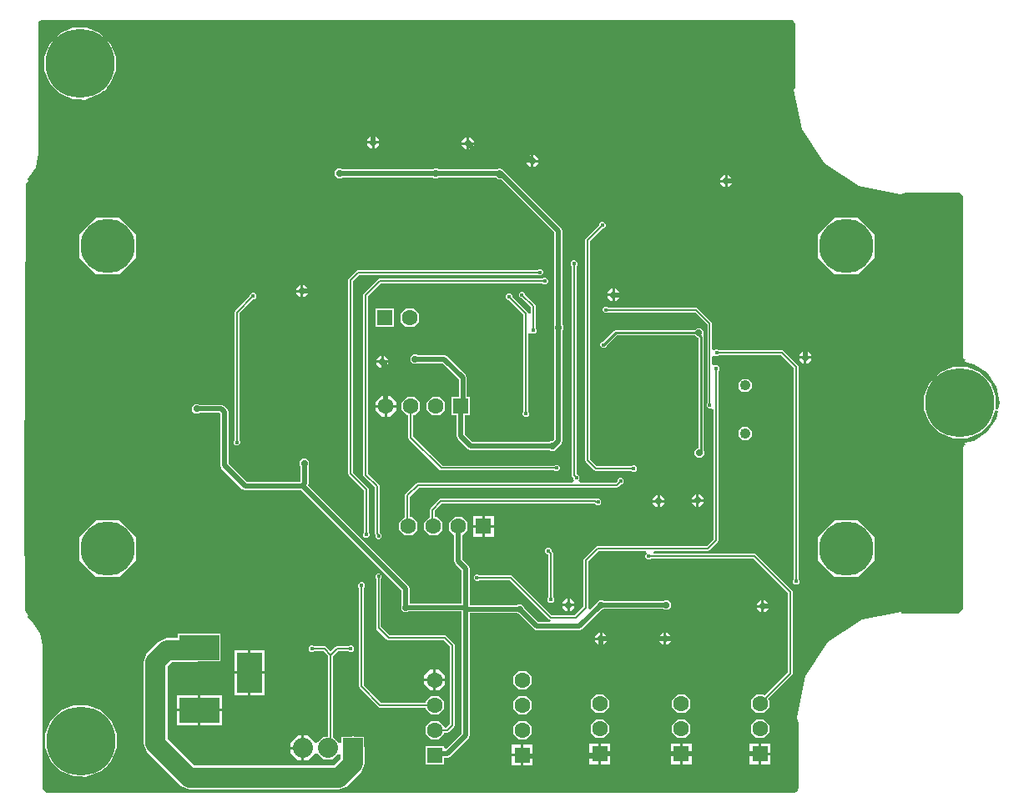
<source format=gbl>
G04*
G04 #@! TF.GenerationSoftware,Altium Limited,Altium Designer,21.3.2 (30)*
G04*
G04 Layer_Physical_Order=2*
G04 Layer_Color=16711680*
%FSTAX24Y24*%
%MOIN*%
G70*
G04*
G04 #@! TF.SameCoordinates,09EB0EA2-9561-46F4-B1F3-F0EC52C3B4A3*
G04*
G04*
G04 #@! TF.FilePolarity,Positive*
G04*
G01*
G75*
%ADD12C,0.0079*%
%ADD20C,0.0100*%
%ADD84C,0.0197*%
%ADD85C,0.0787*%
%ADD86C,0.2756*%
%ADD87C,0.0197*%
%ADD88C,0.0803*%
%ADD89R,0.0803X0.0803*%
%ADD90C,0.2165*%
%ADD91C,0.0630*%
%ADD92R,0.0630X0.0630*%
%ADD93R,0.0630X0.0630*%
%ADD94R,0.1000X0.1600*%
%ADD95R,0.1600X0.1000*%
%ADD96C,0.0425*%
%ADD97C,0.0157*%
%ADD98C,0.0276*%
G36*
X03345Y043003D02*
X04245Y043003D01*
X0483D01*
X048344Y04292D01*
X048346Y042916D01*
X048359Y042906D01*
X048422Y042852D01*
Y040271D01*
X048355Y040199D01*
X048355Y040199D01*
X048355Y040199D01*
X048667Y038628D01*
X049581Y037261D01*
X050948Y036347D01*
X05256Y036026D01*
X052745Y036063D01*
X052745Y036063D01*
Y036063D01*
X052783Y036102D01*
X054978D01*
X054986Y036099D01*
X055026Y03601D01*
X055027Y036007D01*
X055042Y035997D01*
X055103Y035944D01*
Y031943D01*
Y029507D01*
X055103Y029505D01*
X055103Y029504D01*
Y0295D01*
X055132Y029432D01*
X055132Y029432D01*
X055133Y029431D01*
X055134Y029429D01*
X05515Y029422D01*
X055194Y029404D01*
X055178Y029309D01*
X055546Y029236D01*
X056085Y028875D01*
X056446Y028336D01*
X056572Y0277D01*
X056513Y027405D01*
X056413Y027415D01*
X056413Y027482D01*
Y027969D01*
X056196Y028494D01*
X055794Y028896D01*
X055269Y029113D01*
X054701D01*
X054176Y028896D01*
X053775Y028494D01*
X053557Y027969D01*
Y027401D01*
X053775Y026876D01*
X054176Y026475D01*
X054701Y026257D01*
X055269D01*
X055794Y026475D01*
X056196Y026876D01*
X056382Y027326D01*
X056408Y027389D01*
X056504Y02736D01*
X056446Y027064D01*
X056085Y026525D01*
X055546Y026164D01*
X055178Y026091D01*
X055194Y025996D01*
X055134Y025971D01*
X055133Y025969D01*
X055132Y025968D01*
X055132Y025968D01*
X055103Y0259D01*
Y025896D01*
X055103Y025895D01*
X055103Y025893D01*
X055103Y023428D01*
Y019414D01*
X055025Y019352D01*
X055016Y019354D01*
X055006Y019343D01*
X054958Y019268D01*
X052655D01*
X05265Y01927D01*
X052649Y01927D01*
X052649Y019335D01*
X051078Y019023D01*
X049711Y018109D01*
X048797Y016742D01*
X048476Y01513D01*
X048513Y014945D01*
X048513Y014945D01*
X048513D01*
X048552Y014907D01*
Y01228D01*
X048525Y012191D01*
X04847Y012168D01*
X048447Y012112D01*
X048355Y012093D01*
X018512Y012093D01*
X018431Y012142D01*
X01842Y01217D01*
X018402Y012177D01*
X018336Y012243D01*
Y017799D01*
X018356Y01789D01*
X018357Y017898D01*
X01834Y017984D01*
X018245Y018463D01*
X017924Y018943D01*
X017762Y019051D01*
X01775Y01914D01*
X017751Y019146D01*
X017761Y01918D01*
X017746Y019216D01*
X017699Y019282D01*
X017686Y019308D01*
X017667Y019352D01*
X017643Y019362D01*
X017617Y0238D01*
X017676Y036466D01*
X01775Y036533D01*
X017767Y036532D01*
X017779Y03655D01*
X017779Y03655D01*
X017756Y036624D01*
X018073Y037099D01*
X018181Y037641D01*
X018165Y037641D01*
X018164Y037643D01*
Y042875D01*
X018217Y042951D01*
X018218Y042952D01*
X018219Y042953D01*
X018297Y043003D01*
X0334D01*
X033425Y043014D01*
X03345Y043003D01*
D02*
G37*
%LPC*%
G36*
X020124Y042678D02*
X019556D01*
X019031Y042461D01*
X018629Y042059D01*
X018412Y041534D01*
Y040966D01*
X018629Y040441D01*
X019031Y040039D01*
X019556Y039822D01*
X019908D01*
X019929Y039802D01*
X020051D01*
X020072Y039822D01*
X020124D01*
X020649Y040039D01*
X020769Y040159D01*
X020815D01*
X020902Y040246D01*
Y040292D01*
X021051Y040441D01*
X021268Y040966D01*
Y041534D01*
X021051Y042059D01*
X020649Y042461D01*
X020124Y042678D01*
D02*
G37*
G36*
X031648Y038338D02*
X0316D01*
Y03815D01*
X031788D01*
Y038198D01*
X031648Y038338D01*
D02*
G37*
G36*
X0315D02*
X031451D01*
X031312Y038198D01*
Y03815D01*
X0315D01*
Y038338D01*
D02*
G37*
G36*
X035428Y038287D02*
X03538D01*
Y0381D01*
X035568D01*
Y038148D01*
X035428Y038287D01*
D02*
G37*
G36*
X03528D02*
X035231D01*
X035092Y038148D01*
Y0381D01*
X03528D01*
Y038287D01*
D02*
G37*
G36*
X031788Y03805D02*
X0316D01*
Y037862D01*
X031648D01*
X031788Y038001D01*
Y03805D01*
D02*
G37*
G36*
X0315D02*
X031312D01*
Y038001D01*
X031451Y037862D01*
X0315D01*
Y03805D01*
D02*
G37*
G36*
X035568Y038D02*
X03538D01*
Y037812D01*
X035428D01*
X035568Y037951D01*
Y038D01*
D02*
G37*
G36*
X03528D02*
X035092D01*
Y037951D01*
X035231Y037812D01*
X03528D01*
Y038D01*
D02*
G37*
G36*
X037998Y037588D02*
X03795D01*
Y0374D01*
X038138D01*
Y037448D01*
X037998Y037588D01*
D02*
G37*
G36*
X03785D02*
X037801D01*
X037662Y037448D01*
Y0374D01*
X03785D01*
Y037588D01*
D02*
G37*
G36*
X038138Y0373D02*
X03795D01*
Y037112D01*
X037998D01*
X038138Y037252D01*
Y0373D01*
D02*
G37*
G36*
X03785D02*
X037662D01*
Y037252D01*
X037801Y037112D01*
X03785D01*
Y0373D01*
D02*
G37*
G36*
X0366Y037061D02*
X036486Y037014D01*
X036486Y037014D01*
X036483Y037011D01*
X034155D01*
X034128Y037038D01*
X033972D01*
X033945Y037011D01*
X030305D01*
X030278Y037038D01*
X030122D01*
X030012Y036928D01*
Y036772D01*
X030122Y036662D01*
X030278D01*
X030305Y036689D01*
X033945D01*
X033972Y036662D01*
X034128D01*
X034155Y036689D01*
X036455D01*
X036532Y036612D01*
X036661D01*
X038789Y034483D01*
Y030805D01*
X038762Y030778D01*
Y030622D01*
X038789Y030595D01*
Y026226D01*
X038701Y026138D01*
X038622D01*
X038595Y026111D01*
X035517D01*
X035211Y026417D01*
Y027185D01*
X035415D01*
Y027915D01*
X035291D01*
Y02868D01*
X035291Y02868D01*
X035244Y028794D01*
X035244Y028794D01*
X034494Y029544D01*
X03438Y029591D01*
X03438Y029591D01*
X033325D01*
X033298Y029618D01*
X033143D01*
X033033Y029508D01*
Y029352D01*
X033143Y029242D01*
X033298D01*
X033325Y029269D01*
X034313D01*
X034969Y028613D01*
Y027915D01*
X034685D01*
Y027185D01*
X034889D01*
Y02635D01*
X034889Y02635D01*
X034936Y026236D01*
X035336Y025836D01*
X035336Y025836D01*
X03545Y025789D01*
X038595D01*
X038622Y025762D01*
X038777D01*
X038848Y025832D01*
X038851Y025834D01*
X039064Y026046D01*
X039111Y02616D01*
X039111Y02616D01*
Y030595D01*
X039138Y030622D01*
Y030778D01*
X039111Y030805D01*
Y03455D01*
X039111Y03455D01*
X039064Y034664D01*
X039064Y034664D01*
X036714Y037014D01*
X0366Y037061D01*
D02*
G37*
G36*
X045749Y036788D02*
X0457D01*
Y0366D01*
X045888D01*
Y036648D01*
X045749Y036788D01*
D02*
G37*
G36*
X0456D02*
X045552D01*
X045412Y036648D01*
Y0366D01*
X0456D01*
Y036788D01*
D02*
G37*
G36*
X045888Y0365D02*
X0457D01*
Y036312D01*
X045749D01*
X045888Y036451D01*
Y0365D01*
D02*
G37*
G36*
X0456D02*
X045412D01*
Y036451D01*
X045552Y036312D01*
X0456D01*
Y0365D01*
D02*
G37*
G36*
X038253Y033029D02*
X038147D01*
X038115Y032997D01*
X03095D01*
X03095Y032997D01*
X030882Y032968D01*
X030582Y032668D01*
X030553Y0326D01*
X030553Y0326D01*
Y02485D01*
X030553Y02485D01*
X030582Y024782D01*
X031173Y02419D01*
Y022495D01*
X031141Y022463D01*
Y022357D01*
X031217Y022281D01*
X031323D01*
X031399Y022357D01*
Y022463D01*
X031367Y022495D01*
Y02423D01*
X031338Y024298D01*
X031338Y024298D01*
X030747Y02489D01*
Y03256D01*
X03099Y032803D01*
X038115D01*
X038147Y032771D01*
X038253D01*
X038329Y032847D01*
Y032953D01*
X038253Y033029D01*
D02*
G37*
G36*
X050919Y035083D02*
X049981D01*
X049317Y034419D01*
Y033481D01*
X049981Y032817D01*
X050919D01*
X051583Y033481D01*
Y034419D01*
X050919Y035083D01*
D02*
G37*
G36*
X021419D02*
X020481D01*
X019817Y034419D01*
Y033481D01*
X020481Y032817D01*
X021419D01*
X022083Y033481D01*
Y034419D01*
X021419Y035083D01*
D02*
G37*
G36*
X038453Y032679D02*
X038347D01*
X038315Y032647D01*
X0318D01*
X031732Y032618D01*
X031732Y032618D01*
X031182Y032068D01*
X031153Y032D01*
X031153Y032D01*
Y0248D01*
X031153Y0248D01*
X031182Y024732D01*
X031603Y02431D01*
Y022441D01*
X031603Y022441D01*
X031631Y022374D01*
Y022307D01*
X031707Y022231D01*
X031813D01*
X031889Y022307D01*
Y022413D01*
X031813Y022489D01*
X031797D01*
Y02435D01*
X031797Y02435D01*
X031768Y024418D01*
X031768Y024418D01*
X031347Y02484D01*
Y03196D01*
X03184Y032453D01*
X038315D01*
X038347Y032421D01*
X038453D01*
X038529Y032497D01*
Y032603D01*
X038453Y032679D01*
D02*
G37*
G36*
X028798Y032388D02*
X02875D01*
Y0322D01*
X028938D01*
Y032248D01*
X028798Y032388D01*
D02*
G37*
G36*
X02865D02*
X028602D01*
X028462Y032248D01*
Y0322D01*
X02865D01*
Y032388D01*
D02*
G37*
G36*
X041248Y032238D02*
X0412D01*
Y03205D01*
X041388D01*
Y032099D01*
X041248Y032238D01*
D02*
G37*
G36*
X0411D02*
X041052D01*
X040912Y032099D01*
Y03205D01*
X0411D01*
Y032238D01*
D02*
G37*
G36*
X028938Y0321D02*
X02875D01*
Y031912D01*
X028798D01*
X028938Y032051D01*
Y0321D01*
D02*
G37*
G36*
X02865D02*
X028462D01*
Y032051D01*
X028602Y031912D01*
X02865D01*
Y0321D01*
D02*
G37*
G36*
X041388Y03195D02*
X0412D01*
Y031762D01*
X041248D01*
X041388Y031902D01*
Y03195D01*
D02*
G37*
G36*
X0411D02*
X040912D01*
Y031902D01*
X041052Y031762D01*
X0411D01*
Y03195D01*
D02*
G37*
G36*
X037543Y032129D02*
X037437D01*
X037361Y032053D01*
Y031947D01*
X037437Y031871D01*
X037482D01*
X037845Y031509D01*
Y031255D01*
X037747Y03125D01*
X037718Y031318D01*
X037718Y031318D01*
X037109Y031928D01*
Y031973D01*
X037033Y032049D01*
X036927D01*
X036851Y031973D01*
Y031867D01*
X036927Y031791D01*
X036972D01*
X037553Y03121D01*
Y027335D01*
X037521Y027303D01*
Y027197D01*
X037597Y027121D01*
X037703D01*
X037779Y027197D01*
Y027303D01*
X037747Y027335D01*
Y030447D01*
X037847Y030488D01*
X037888Y030447D01*
X037995D01*
X03807Y030523D01*
Y030629D01*
X038038Y030661D01*
Y031549D01*
X038038Y031549D01*
X03801Y031617D01*
X037619Y032008D01*
Y032053D01*
X037543Y032129D01*
D02*
G37*
G36*
X033161Y031445D02*
X032859D01*
X032645Y031231D01*
Y030929D01*
X032859Y030715D01*
X033161D01*
X033375Y030929D01*
Y031231D01*
X033161Y031445D01*
D02*
G37*
G36*
X032375D02*
X031645D01*
Y030715D01*
X032375D01*
Y031445D01*
D02*
G37*
G36*
X044628Y030668D02*
X044472D01*
X044393Y030588D01*
X04123D01*
X04123Y030588D01*
X041153Y030557D01*
X041153Y030557D01*
X040726Y030129D01*
X040697D01*
X040621Y030053D01*
Y029947D01*
X040697Y029871D01*
X040803D01*
X040879Y029947D01*
Y029976D01*
X041275Y030372D01*
X044393D01*
X044472Y030292D01*
X044538D01*
X044542Y030289D01*
Y025858D01*
X044502D01*
X044392Y025748D01*
Y025592D01*
X044502Y025482D01*
X044658D01*
X044768Y025592D01*
Y025748D01*
X044749Y025766D01*
X044758Y025788D01*
X044758Y025788D01*
Y030334D01*
X044732Y030397D01*
X044738Y030402D01*
Y030558D01*
X044628Y030668D01*
D02*
G37*
G36*
X048899Y029738D02*
X04885D01*
Y02955D01*
X049038D01*
Y029599D01*
X048899Y029738D01*
D02*
G37*
G36*
X04875D02*
X048702D01*
X048562Y029599D01*
Y02955D01*
X04875D01*
Y029738D01*
D02*
G37*
G36*
X032019Y029568D02*
X031971D01*
Y02938D01*
X032159D01*
Y029429D01*
X032019Y029568D01*
D02*
G37*
G36*
X031871D02*
X031822D01*
X031683Y029429D01*
Y02938D01*
X031871D01*
Y029568D01*
D02*
G37*
G36*
X049038Y02945D02*
X04885D01*
Y029262D01*
X048899D01*
X049038Y029402D01*
Y02945D01*
D02*
G37*
G36*
X04875D02*
X048562D01*
Y029402D01*
X048702Y029262D01*
X04875D01*
Y02945D01*
D02*
G37*
G36*
X032159Y02928D02*
X031971D01*
Y029092D01*
X032019D01*
X032159Y029232D01*
Y02928D01*
D02*
G37*
G36*
X031871D02*
X031683D01*
Y029232D01*
X031822Y029092D01*
X031871D01*
Y02928D01*
D02*
G37*
G36*
X046509Y028634D02*
X046291D01*
X046137Y02848D01*
Y028262D01*
X046291Y028109D01*
X046509D01*
X046663Y028262D01*
Y02848D01*
X046509Y028634D01*
D02*
G37*
G36*
X032222Y027965D02*
X0321D01*
Y0276D01*
X032465D01*
Y027722D01*
X032222Y027965D01*
D02*
G37*
G36*
X032D02*
X031878D01*
X031635Y027722D01*
Y0276D01*
X032D01*
Y027965D01*
D02*
G37*
G36*
X034201Y027915D02*
X033899D01*
X033685Y027701D01*
Y027399D01*
X033899Y027185D01*
X034201D01*
X034415Y027399D01*
Y027701D01*
X034201Y027915D01*
D02*
G37*
G36*
X032465Y0275D02*
X0321D01*
Y027135D01*
X032222D01*
X032465Y027378D01*
Y0275D01*
D02*
G37*
G36*
X032D02*
X031635D01*
Y027378D01*
X031878Y027135D01*
X032D01*
Y0275D01*
D02*
G37*
G36*
X046509Y026713D02*
X046291D01*
X046137Y026559D01*
Y026341D01*
X046291Y026187D01*
X046509D01*
X046663Y026341D01*
Y026559D01*
X046509Y026713D01*
D02*
G37*
G36*
X026803Y032079D02*
X026697D01*
X026621Y032003D01*
Y031958D01*
X026032Y031368D01*
X026003Y0313D01*
X026003Y0313D01*
Y026185D01*
X025971Y026153D01*
Y026047D01*
X026047Y025971D01*
X026153D01*
X026229Y026047D01*
Y026153D01*
X026197Y026185D01*
Y03126D01*
X026758Y031821D01*
X026803D01*
X026879Y031897D01*
Y032003D01*
X026803Y032079D01*
D02*
G37*
G36*
X033201Y027915D02*
X032899D01*
X032685Y027701D01*
Y027399D01*
X032899Y027185D01*
X032953D01*
Y0263D01*
X032953Y0263D01*
X032982Y026232D01*
X034212Y025002D01*
X034212Y025002D01*
X03428Y024973D01*
X03428Y024973D01*
X038785D01*
X038817Y024941D01*
X038923D01*
X038999Y025017D01*
Y025123D01*
X038923Y025199D01*
X038817D01*
X038785Y025167D01*
X03432D01*
X033147Y02634D01*
Y027185D01*
X033201D01*
X033415Y027399D01*
Y027701D01*
X033201Y027915D01*
D02*
G37*
G36*
X040753Y034909D02*
X040647D01*
X040571Y034833D01*
Y034788D01*
X040042Y034258D01*
X040013Y03419D01*
X040013Y03419D01*
Y02538D01*
X040013Y02538D01*
X040042Y025312D01*
X040372Y024982D01*
X040372Y024982D01*
X04044Y024953D01*
X041865D01*
X041897Y024921D01*
X042003D01*
X042079Y024997D01*
Y025103D01*
X042003Y025179D01*
X041897D01*
X041865Y025147D01*
X04048D01*
X040207Y02542D01*
Y03415D01*
X040708Y034651D01*
X040753D01*
X040829Y034727D01*
Y034833D01*
X040753Y034909D01*
D02*
G37*
G36*
X039623Y033379D02*
X039517D01*
X039441Y033303D01*
Y033197D01*
X039473Y033165D01*
Y02477D01*
X039473Y02477D01*
X039502Y024702D01*
X039531Y024672D01*
Y024627D01*
X039561Y024597D01*
X03952Y024497D01*
X03333D01*
X03333Y024497D01*
X033262Y024468D01*
X033262Y024468D01*
X032832Y024038D01*
X032803Y02397D01*
X032803Y02397D01*
Y023115D01*
X032799D01*
X032585Y022901D01*
Y022599D01*
X032799Y022385D01*
X033101D01*
X033315Y022599D01*
Y022901D01*
X033101Y023115D01*
X032997D01*
Y02393D01*
X03337Y024303D01*
X04128D01*
X04128Y024303D01*
X041348Y024332D01*
X041438Y024421D01*
X041483D01*
X041559Y024497D01*
Y024603D01*
X041483Y024679D01*
X041377D01*
X041301Y024603D01*
Y024558D01*
X04124Y024497D01*
X0398D01*
X039759Y024597D01*
X039789Y024627D01*
Y024733D01*
X039713Y024809D01*
X039668D01*
X039667Y02481D01*
Y033165D01*
X039699Y033197D01*
Y033303D01*
X039623Y033379D01*
D02*
G37*
G36*
X040583Y023849D02*
X040477D01*
X040462Y023834D01*
X040454Y023837D01*
X040454Y023837D01*
X03424D01*
X03424Y023837D01*
X034172Y023808D01*
X034172Y023808D01*
X033832Y023468D01*
X033803Y0234D01*
X033803Y0234D01*
Y023115D01*
X033799D01*
X033585Y022901D01*
Y022599D01*
X033799Y022385D01*
X034101D01*
X034315Y022599D01*
Y022901D01*
X034101Y023115D01*
X033997D01*
Y02336D01*
X03428Y023643D01*
X040425D01*
X040477Y023591D01*
X040583D01*
X040659Y023667D01*
Y023773D01*
X040583Y023849D01*
D02*
G37*
G36*
X044598Y024008D02*
X04455D01*
Y02382D01*
X044738D01*
Y023869D01*
X044598Y024008D01*
D02*
G37*
G36*
X04445D02*
X044401D01*
X044262Y023869D01*
Y02382D01*
X04445D01*
Y024008D01*
D02*
G37*
G36*
X043049Y023987D02*
X043D01*
Y0238D01*
X043188D01*
Y023848D01*
X043049Y023987D01*
D02*
G37*
G36*
X0429D02*
X042852D01*
X042712Y023848D01*
Y0238D01*
X0429D01*
Y023987D01*
D02*
G37*
G36*
X044738Y02372D02*
X04455D01*
Y023532D01*
X044598D01*
X044738Y023672D01*
Y02372D01*
D02*
G37*
G36*
X04445D02*
X044262D01*
Y023672D01*
X044401Y023532D01*
X04445D01*
Y02372D01*
D02*
G37*
G36*
X043188Y0237D02*
X043D01*
Y023512D01*
X043049D01*
X043188Y023651D01*
Y0237D01*
D02*
G37*
G36*
X0429D02*
X042712D01*
Y023651D01*
X042852Y023512D01*
X0429D01*
Y0237D01*
D02*
G37*
G36*
X036365Y023165D02*
X036D01*
Y0228D01*
X036365D01*
Y023165D01*
D02*
G37*
G36*
X0359D02*
X035535D01*
Y0228D01*
X0359D01*
Y023165D01*
D02*
G37*
G36*
X036365Y0227D02*
X036D01*
Y022335D01*
X036365D01*
Y0227D01*
D02*
G37*
G36*
X0359D02*
X035535D01*
Y022335D01*
X0359D01*
Y0227D01*
D02*
G37*
G36*
X050919Y022983D02*
X049981D01*
X049317Y022319D01*
Y021381D01*
X049981Y020717D01*
X050919D01*
X051583Y021381D01*
Y022319D01*
X050919Y022983D01*
D02*
G37*
G36*
X021419D02*
X020481D01*
X019817Y022319D01*
Y021381D01*
X020481Y020717D01*
X021419D01*
X022083Y021381D01*
Y022319D01*
X021419Y022983D01*
D02*
G37*
G36*
X040903Y031529D02*
X040797D01*
X040721Y031453D01*
Y031347D01*
X040797Y031271D01*
X040903D01*
X040935Y031303D01*
X04441D01*
X044893Y03082D01*
Y027675D01*
X044861Y027643D01*
Y027537D01*
X044937Y027461D01*
X045043D01*
X045046Y027463D01*
X045146Y027422D01*
Y022232D01*
X04486Y021947D01*
X0405D01*
X0405Y021947D01*
X040432Y021918D01*
X040432Y021918D01*
X039982Y021468D01*
X039953Y0214D01*
X039953Y0214D01*
Y01954D01*
X03961Y019197D01*
X03869D01*
X037118Y020768D01*
X03705Y020797D01*
X03705Y020797D01*
X035765D01*
X035743Y020819D01*
X035637D01*
X035561Y020743D01*
Y020637D01*
X035637Y020561D01*
X035743D01*
X035785Y020603D01*
X03701D01*
X038582Y019032D01*
X038582Y019032D01*
X03865Y019003D01*
X038619Y018911D01*
X03815D01*
X037588Y019473D01*
Y019512D01*
X037478Y019622D01*
X037322D01*
X037295Y019595D01*
X035411D01*
Y02105D01*
X035411Y02105D01*
X035364Y021164D01*
X035364Y021164D01*
X035111Y021417D01*
Y022395D01*
X035315Y022599D01*
Y022901D01*
X035101Y023115D01*
X034799D01*
X034585Y022901D01*
Y022599D01*
X034789Y022395D01*
Y02135D01*
X034789Y02135D01*
X034836Y021236D01*
X035089Y020983D01*
Y019661D01*
X033011D01*
Y02025D01*
X033011Y02025D01*
X032964Y020364D01*
X032964Y020364D01*
X028932Y024395D01*
X028961Y024465D01*
X028961Y024465D01*
Y025145D01*
X028988Y025172D01*
Y025328D01*
X028878Y025438D01*
X028722D01*
X028612Y025328D01*
Y025172D01*
X028639Y025145D01*
Y024532D01*
X028618Y024511D01*
X026497D01*
X025761Y025247D01*
Y027323D01*
X025761Y027323D01*
X025714Y027437D01*
X025714Y027437D01*
X025598Y027552D01*
X025485Y027599D01*
X025485Y027599D01*
X024605D01*
X024578Y027626D01*
X024422D01*
X024312Y027516D01*
Y027361D01*
X024422Y027251D01*
X024578D01*
X024605Y027278D01*
X025418D01*
X025439Y027257D01*
Y02518D01*
X025439Y02518D01*
X025486Y025066D01*
X026316Y024236D01*
X026316Y024236D01*
X02643Y024189D01*
X028683D01*
X032689Y020183D01*
Y019605D01*
X032662Y019578D01*
Y019422D01*
X032772Y019312D01*
X032928D01*
X032955Y019339D01*
X035089D01*
Y014467D01*
X034465Y013842D01*
X034365Y013884D01*
Y013965D01*
X033635D01*
Y013235D01*
X034365D01*
Y013489D01*
X0345D01*
X0345Y013489D01*
X034614Y013536D01*
X035364Y014286D01*
X035364Y014286D01*
X035411Y0144D01*
X035411Y0144D01*
Y019273D01*
X037295D01*
X037322Y019246D01*
X037361D01*
X03797Y018636D01*
X03797Y018636D01*
X038084Y018589D01*
X038084Y018589D01*
X039779D01*
X039779Y018589D01*
X039892Y018636D01*
X040668Y019412D01*
X040728D01*
X040755Y019439D01*
X043145D01*
X043172Y019412D01*
X043328D01*
X043438Y019522D01*
Y019678D01*
X043328Y019788D01*
X043172D01*
X043145Y019761D01*
X040755D01*
X040728Y019788D01*
X040572D01*
X040462Y019678D01*
Y019661D01*
X040222Y019421D01*
X040137Y019477D01*
X040147Y0195D01*
Y02136D01*
X04054Y021753D01*
X042435D01*
X042471Y021653D01*
X042421Y021603D01*
Y021497D01*
X042497Y021421D01*
X042603D01*
X042635Y021453D01*
X04674D01*
X048103Y02009D01*
Y01689D01*
X04719Y015976D01*
X047151Y016015D01*
X046849D01*
X046635Y015801D01*
Y015499D01*
X046849Y015285D01*
X047151D01*
X047365Y015499D01*
Y015801D01*
X047326Y01584D01*
X048268Y016782D01*
X048268Y016782D01*
X048297Y01685D01*
X048297Y01685D01*
Y02013D01*
X048268Y020198D01*
X048268Y020198D01*
X046848Y021618D01*
X04678Y021647D01*
X04678Y021647D01*
X042733D01*
X042728Y021653D01*
X04278Y021753D01*
X0449D01*
X0449Y021753D01*
X044968Y021782D01*
X045311Y022124D01*
X045311Y022124D01*
X045339Y022192D01*
X045339Y022192D01*
Y028965D01*
X045371Y028997D01*
Y029104D01*
X045296Y029179D01*
X045189D01*
X045187Y029177D01*
X045087Y029219D01*
Y029535D01*
X045187Y029576D01*
X045212Y029551D01*
X045319D01*
X045351Y029583D01*
X04785D01*
X048353Y02908D01*
Y020635D01*
X048311Y020593D01*
Y020487D01*
X048387Y020411D01*
X048493D01*
X048569Y020487D01*
Y020593D01*
X048547Y020615D01*
Y02912D01*
X048518Y029188D01*
X048518Y029188D01*
X047959Y029748D01*
X04789Y029776D01*
X04789Y029776D01*
X045351D01*
X045319Y029808D01*
X045212D01*
X045187Y029783D01*
X045087Y029824D01*
Y03086D01*
X045058Y030928D01*
X045058Y030928D01*
X044518Y031468D01*
X04445Y031497D01*
X04445Y031497D01*
X040935D01*
X040903Y031529D01*
D02*
G37*
G36*
X038593Y021889D02*
X038487D01*
X038411Y021813D01*
Y021707D01*
X038487Y021631D01*
X038532D01*
X038543Y02162D01*
Y019905D01*
X038511Y019873D01*
Y019767D01*
X038587Y019691D01*
X038693D01*
X038769Y019767D01*
Y019873D01*
X038737Y019905D01*
Y02166D01*
X038708Y021728D01*
X038708Y021728D01*
X038669Y021768D01*
Y021813D01*
X038593Y021889D01*
D02*
G37*
G36*
X039448Y019837D02*
X0394D01*
Y01965D01*
X039588D01*
Y019698D01*
X039448Y019837D01*
D02*
G37*
G36*
X0393D02*
X039251D01*
X039112Y019698D01*
Y01965D01*
X0393D01*
Y019837D01*
D02*
G37*
G36*
X047199Y019788D02*
X04715D01*
Y0196D01*
X047338D01*
Y019648D01*
X047199Y019788D01*
D02*
G37*
G36*
X04705D02*
X047002D01*
X046862Y019648D01*
Y0196D01*
X04705D01*
Y019788D01*
D02*
G37*
G36*
X039588Y01955D02*
X0394D01*
Y019362D01*
X039448D01*
X039588Y019501D01*
Y01955D01*
D02*
G37*
G36*
X0393D02*
X039112D01*
Y019501D01*
X039251Y019362D01*
X0393D01*
Y01955D01*
D02*
G37*
G36*
X047338Y0195D02*
X04715D01*
Y019312D01*
X047199D01*
X047338Y019452D01*
Y0195D01*
D02*
G37*
G36*
X04705D02*
X046862D01*
Y019452D01*
X047002Y019312D01*
X04705D01*
Y0195D01*
D02*
G37*
G36*
X043299Y018488D02*
X04325D01*
Y0183D01*
X043438D01*
Y018348D01*
X043299Y018488D01*
D02*
G37*
G36*
X04315D02*
X043102D01*
X042962Y018348D01*
Y0183D01*
X04315D01*
Y018488D01*
D02*
G37*
G36*
X040749D02*
X0407D01*
Y0183D01*
X040888D01*
Y018348D01*
X040749Y018488D01*
D02*
G37*
G36*
X0406D02*
X040552D01*
X040412Y018348D01*
Y0183D01*
X0406D01*
Y018488D01*
D02*
G37*
G36*
X043438Y0182D02*
X04325D01*
Y018012D01*
X043299D01*
X043438Y018152D01*
Y0182D01*
D02*
G37*
G36*
X04315D02*
X042962D01*
Y018152D01*
X043102Y018012D01*
X04315D01*
Y0182D01*
D02*
G37*
G36*
X040888D02*
X0407D01*
Y018012D01*
X040749D01*
X040888Y018152D01*
Y0182D01*
D02*
G37*
G36*
X0406D02*
X040412D01*
Y018152D01*
X040552Y018012D01*
X0406D01*
Y0182D01*
D02*
G37*
G36*
X02545Y01845D02*
X02375D01*
Y018274D01*
X023311D01*
X022972Y018133D01*
X02251Y017672D01*
X02237Y017332D01*
Y01405D01*
X02251Y01371D01*
X02386Y01236D01*
X0242Y01222D01*
X030189D01*
X030528Y01236D01*
X031072Y012904D01*
X031212Y013243D01*
Y013861D01*
X03122Y01388D01*
X031192Y013949D01*
Y014332D01*
X030809D01*
X03074Y01436D01*
X030671Y014332D01*
X030288D01*
Y014075D01*
X030188Y01407D01*
X029947Y014312D01*
Y01756D01*
X03014Y017753D01*
X030565D01*
X030597Y017721D01*
X030703D01*
X030779Y017797D01*
Y017903D01*
X030703Y017979D01*
X030597D01*
X030565Y017947D01*
X0301D01*
X030032Y017918D01*
X030032Y017918D01*
X02985Y017737D01*
X029668Y017918D01*
X0296Y017947D01*
X0296Y017947D01*
X029185D01*
X029153Y017979D01*
X029047D01*
X028971Y017903D01*
Y017797D01*
X029047Y017721D01*
X029153D01*
X029185Y017753D01*
X02956D01*
X029753Y01756D01*
Y014332D01*
X029553D01*
X029332Y014111D01*
X029253Y014091D01*
X02921Y014119D01*
X028948Y014382D01*
X02879D01*
Y01388D01*
Y013378D01*
X028948D01*
X02921Y013641D01*
X029253Y013669D01*
X029332Y013649D01*
X029553Y013428D01*
X029927D01*
X030152Y013653D01*
X030252Y013612D01*
Y013442D01*
X02999Y01318D01*
X024399D01*
X02333Y014249D01*
Y017134D01*
X02351Y017313D01*
X024494D01*
X024582Y01735D01*
X02545D01*
Y01845D01*
D02*
G37*
G36*
X0272Y0178D02*
X02665D01*
Y01695D01*
X0272D01*
Y0178D01*
D02*
G37*
G36*
X02655D02*
X026D01*
Y01695D01*
X02655D01*
Y0178D01*
D02*
G37*
G36*
X034172Y017015D02*
X03405D01*
Y01665D01*
X034415D01*
Y016772D01*
X034172Y017015D01*
D02*
G37*
G36*
X03395D02*
X033828D01*
X033585Y016772D01*
Y01665D01*
X03395D01*
Y017015D01*
D02*
G37*
G36*
X037651Y016965D02*
X037349D01*
X037135Y016751D01*
Y016449D01*
X037349Y016235D01*
X037651D01*
X037865Y016449D01*
Y016751D01*
X037651Y016965D01*
D02*
G37*
G36*
X034415Y01655D02*
X03405D01*
Y016185D01*
X034172D01*
X034415Y016428D01*
Y01655D01*
D02*
G37*
G36*
X03395D02*
X033585D01*
Y016428D01*
X033828Y016185D01*
X03395D01*
Y01655D01*
D02*
G37*
G36*
X0272Y01685D02*
X02665D01*
Y016D01*
X0272D01*
Y01685D01*
D02*
G37*
G36*
X02655D02*
X026D01*
Y016D01*
X02655D01*
Y01685D01*
D02*
G37*
G36*
X0255Y016D02*
X02465D01*
Y01545D01*
X0255D01*
Y016D01*
D02*
G37*
G36*
X02455D02*
X0237D01*
Y01545D01*
X02455D01*
Y016D01*
D02*
G37*
G36*
X044001Y016015D02*
X043699D01*
X043485Y015801D01*
Y015499D01*
X043699Y015285D01*
X044001D01*
X044215Y015499D01*
Y015801D01*
X044001Y016015D01*
D02*
G37*
G36*
X040751D02*
X040449D01*
X040235Y015801D01*
Y015499D01*
X040449Y015285D01*
X040751D01*
X040965Y015499D01*
Y015801D01*
X040751Y016015D01*
D02*
G37*
G36*
X037651Y015965D02*
X037349D01*
X037135Y015751D01*
Y015449D01*
X037349Y015235D01*
X037651D01*
X037865Y015449D01*
Y015751D01*
X037651Y015965D01*
D02*
G37*
G36*
X031133Y020509D02*
X031027D01*
X030951Y020433D01*
Y020327D01*
X030983Y020295D01*
Y01634D01*
X030983Y01634D01*
X031012Y016272D01*
X031752Y015532D01*
X031752Y015532D01*
X03182Y015503D01*
X033635D01*
Y015449D01*
X033849Y015235D01*
X034151D01*
X034365Y015449D01*
Y015751D01*
X034151Y015965D01*
X033849D01*
X033635Y015751D01*
Y015697D01*
X03186D01*
X031177Y01638D01*
Y020295D01*
X031209Y020327D01*
Y020433D01*
X031133Y020509D01*
D02*
G37*
G36*
X0255Y01535D02*
X02465D01*
Y0148D01*
X0255D01*
Y01535D01*
D02*
G37*
G36*
X02455D02*
X0237D01*
Y0148D01*
X02455D01*
Y01535D01*
D02*
G37*
G36*
X031813Y020869D02*
X031707D01*
X031631Y020793D01*
Y020687D01*
X031663Y020655D01*
Y0187D01*
X031663Y0187D01*
X031692Y018632D01*
X032092Y018232D01*
X032092Y018232D01*
X03216Y018203D01*
X03436D01*
X034603Y01796D01*
Y01484D01*
X034465Y014702D01*
X034365Y014709D01*
Y014751D01*
X034151Y014965D01*
X033849D01*
X033635Y014751D01*
Y014449D01*
X033849Y014235D01*
X034151D01*
X034365Y014449D01*
Y014503D01*
X0345D01*
X0345Y014503D01*
X034568Y014532D01*
X034768Y014732D01*
X034768Y014732D01*
X034797Y0148D01*
X034797Y0148D01*
Y018D01*
X034797Y018D01*
X034768Y018068D01*
X034468Y018368D01*
X0344Y018397D01*
X0344Y018397D01*
X0322D01*
X031857Y01874D01*
Y020655D01*
X031889Y020687D01*
Y020793D01*
X031813Y020869D01*
D02*
G37*
G36*
X047151Y015015D02*
X046849D01*
X046635Y014801D01*
Y014499D01*
X046849Y014285D01*
X047151D01*
X047365Y014499D01*
Y014801D01*
X047151Y015015D01*
D02*
G37*
G36*
X044001D02*
X043699D01*
X043485Y014801D01*
Y014499D01*
X043699Y014285D01*
X044001D01*
X044215Y014499D01*
Y014801D01*
X044001Y015015D01*
D02*
G37*
G36*
X040751D02*
X040449D01*
X040235Y014801D01*
Y014499D01*
X040449Y014285D01*
X040751D01*
X040965Y014499D01*
Y014801D01*
X040751Y015015D01*
D02*
G37*
G36*
X037651Y014965D02*
X037349D01*
X037135Y014751D01*
Y014449D01*
X037349Y014235D01*
X037651D01*
X037865Y014449D01*
Y014751D01*
X037651Y014965D01*
D02*
G37*
G36*
X02869Y014382D02*
X028532D01*
X028238Y014088D01*
Y01393D01*
X02869D01*
Y014382D01*
D02*
G37*
G36*
X047415Y014065D02*
X04705D01*
Y0137D01*
X047415D01*
Y014065D01*
D02*
G37*
G36*
X04695D02*
X046585D01*
Y0137D01*
X04695D01*
Y014065D01*
D02*
G37*
G36*
X044265D02*
X0439D01*
Y0137D01*
X044265D01*
Y014065D01*
D02*
G37*
G36*
X041015D02*
X04065D01*
Y0137D01*
X041015D01*
Y014065D01*
D02*
G37*
G36*
X0438D02*
X043435D01*
Y0137D01*
X0438D01*
Y014065D01*
D02*
G37*
G36*
X04055D02*
X040185D01*
Y0137D01*
X04055D01*
Y014065D01*
D02*
G37*
G36*
X037915Y014015D02*
X03755D01*
Y01365D01*
X037915D01*
Y014015D01*
D02*
G37*
G36*
X03745D02*
X037085D01*
Y01365D01*
X03745D01*
Y014015D01*
D02*
G37*
G36*
X02869Y01383D02*
X028238D01*
Y013672D01*
X028532Y013378D01*
X02869D01*
Y01383D01*
D02*
G37*
G36*
X047415Y0136D02*
X04705D01*
Y013235D01*
X047415D01*
Y0136D01*
D02*
G37*
G36*
X04695D02*
X046585D01*
Y013235D01*
X04695D01*
Y0136D01*
D02*
G37*
G36*
X044265Y0136D02*
X0439D01*
Y013235D01*
X044265D01*
Y0136D01*
D02*
G37*
G36*
X0438D02*
X043435D01*
Y013235D01*
X0438D01*
Y0136D01*
D02*
G37*
G36*
X041015D02*
X04065D01*
Y013235D01*
X041015D01*
Y0136D01*
D02*
G37*
G36*
X04055D02*
X040185D01*
Y013235D01*
X04055D01*
Y0136D01*
D02*
G37*
G36*
X037915Y01355D02*
X03755D01*
Y013185D01*
X037915D01*
Y01355D01*
D02*
G37*
G36*
X03745D02*
X037085D01*
Y013185D01*
X03745D01*
Y01355D01*
D02*
G37*
G36*
X020159Y015593D02*
X019591D01*
X019066Y015376D01*
X018665Y014974D01*
X018447Y014449D01*
Y013881D01*
X018665Y013356D01*
X019066Y012955D01*
X019591Y012737D01*
X019943D01*
X019964Y012717D01*
X020087D01*
X020107Y012737D01*
X020159D01*
X020684Y012955D01*
X020804Y013074D01*
X02085D01*
X020937Y013161D01*
Y013208D01*
X021086Y013356D01*
X021303Y013881D01*
Y014449D01*
X021086Y014974D01*
X020684Y015376D01*
X020159Y015593D01*
D02*
G37*
%LPD*%
D12*
X0317Y022441D02*
X03176Y022381D01*
X03125Y0248D02*
X0317Y02435D01*
Y022441D02*
Y02435D01*
X03176Y02236D02*
Y022381D01*
X037941Y030576D02*
Y031549D01*
X03749Y032D02*
X037941Y031549D01*
X03854Y02176D02*
X03864Y02166D01*
Y01982D02*
Y02166D01*
X04499Y02759D02*
Y03086D01*
X04445Y0314D02*
X04499Y03086D01*
X0329Y02397D02*
X03333Y0244D01*
X04128D02*
X04143Y02455D01*
X03333Y0244D02*
X04128D01*
X03065Y02485D02*
X03127Y02423D01*
Y02241D02*
Y02423D01*
X03108Y01634D02*
X03182Y0156D01*
X03108Y01634D02*
Y02038D01*
X02974Y01388D02*
X02985Y01399D01*
Y0176D01*
X04255Y02155D02*
X04678D01*
X0482Y01685D02*
Y02013D01*
X04678Y02155D02*
X0482Y02013D01*
X03428Y02507D02*
X03887D01*
X03305Y0263D02*
X03428Y02507D01*
X03957Y02477D02*
X03966Y02468D01*
X03957Y02477D02*
Y03325D01*
X03569Y02069D02*
X0357Y0207D01*
X03705D01*
X04844Y02054D02*
X04845Y02055D01*
Y02912D01*
X04789Y02968D02*
X04845Y02912D01*
X045266Y02968D02*
X04789D01*
X040515Y023735D02*
X04053Y02372D01*
X040454Y02374D02*
X040459Y023735D01*
X040515D01*
X03424Y02374D02*
X040454D01*
X0329Y0225D02*
Y02397D01*
X03182Y0156D02*
X034D01*
X03176Y0187D02*
Y02074D01*
X03216Y0183D02*
X0344D01*
X03176Y0187D02*
X03216Y0183D01*
X0344D02*
X0347Y018D01*
Y0148D02*
Y018D01*
X0345Y0146D02*
X0347Y0148D01*
X0405Y02185D02*
X0449D01*
X045242Y022192D02*
Y029051D01*
X0449Y02185D02*
X045242Y022192D01*
X0339Y0225D02*
Y0234D01*
X04011Y02538D02*
Y03419D01*
X04044Y02505D02*
X04195D01*
X04011Y02538D02*
X04044Y02505D01*
X0339Y0234D02*
X03424Y02374D01*
X04085Y0314D02*
X04445D01*
X04011Y03419D02*
X0407Y03478D01*
X03698Y03192D02*
X03765Y03125D01*
Y02725D02*
Y03125D01*
X03125Y0248D02*
Y032D01*
X03065Y02485D02*
Y0326D01*
X0296Y01785D02*
X02985Y0176D01*
X0291Y01785D02*
X0296D01*
X02985Y0176D02*
X0301Y01785D01*
X03065D01*
X03125Y032D02*
X0318Y03255D01*
X034Y0146D02*
X0345D01*
X03065Y0326D02*
X03095Y0329D01*
X0318Y03255D02*
X0384D01*
X03095Y0329D02*
X0382D01*
X03305Y0263D02*
Y02755D01*
X03965Y0191D02*
X04005Y0195D01*
X03865Y0191D02*
X03965D01*
X04005Y0195D02*
Y0214D01*
X0405Y02185D01*
X03705Y0207D02*
X03865Y0191D01*
X047Y01565D02*
X0482Y01685D01*
X0261Y0313D02*
X02675Y03195D01*
X0261Y0261D02*
Y0313D01*
D20*
X04455Y030434D02*
Y03048D01*
X04458Y025718D02*
X04465Y025788D01*
X04458Y02567D02*
Y025718D01*
X04465Y025788D02*
Y030334D01*
X04455Y030434D02*
X04465Y030334D01*
X04075Y03D02*
X04123Y03048D01*
X04455D01*
X04296Y02376D02*
X04449D01*
X04295Y02375D02*
X04296Y02376D01*
X04449D02*
X0445Y02377D01*
X04125Y02375D02*
X04295D01*
X03935Y02185D02*
X04125Y02375D01*
X03935Y0196D02*
Y02185D01*
D84*
X04065Y01825D02*
X0473D01*
X04065Y0176D02*
Y01825D01*
X0488Y0295D02*
Y03015D01*
X04695Y032D02*
X0488Y03015D01*
X04695Y032D02*
Y03605D01*
X04115Y032D02*
X04695D01*
X0373Y01355D02*
X03945D01*
X03505Y02755D02*
X03513Y02763D01*
Y02868D01*
X03438Y02943D02*
X03513Y02868D01*
X03322Y02943D02*
X03438D01*
X031921Y029309D02*
X03205Y029179D01*
Y02755D02*
Y029179D01*
X031921Y029309D02*
Y02933D01*
X040629Y0196D02*
X04325D01*
X02643Y02435D02*
X028685D01*
X0256Y02518D02*
X02643Y02435D01*
X0256Y02518D02*
Y027323D01*
X0288Y024465D02*
Y02525D01*
X03285Y0195D02*
Y02025D01*
X028717Y024383D02*
X03285Y02025D01*
X0366Y0369D02*
X03895Y03455D01*
Y0307D02*
Y03455D01*
X03285Y0195D02*
X03525D01*
Y02105D01*
Y0144D02*
Y0195D01*
X035316Y019434D01*
X0374D01*
X03495Y02135D02*
Y02275D01*
Y02135D02*
X03525Y02105D01*
X0345Y01365D02*
X03525Y0144D01*
X03505Y02635D02*
Y02755D01*
X03895Y02616D02*
Y0307D01*
X039779Y01875D02*
X040629Y0196D01*
X038084Y01875D02*
X039779D01*
X0374Y019434D02*
X038084Y01875D01*
X03545Y02595D02*
X0387D01*
X03505Y02635D02*
X03545Y02595D01*
X0471Y01955D02*
X047585D01*
X0477Y019435D01*
Y01865D02*
Y019435D01*
X0473Y01825D02*
X0477Y01865D01*
X034Y0136D02*
X03405Y01365D01*
X0345D01*
X03945Y01355D02*
X0405D01*
X0394Y0136D02*
X03945Y01355D01*
X0394Y0136D02*
Y01635D01*
X04065Y0176D01*
X025485Y027439D02*
X0256Y027323D01*
X0245Y027439D02*
X025485D01*
X028685Y02435D02*
X0288Y024465D01*
X0287Y03215D02*
X0293D01*
X02955Y0324D01*
X038737Y025947D02*
X03895Y02616D01*
X037745Y0375D02*
X037895Y03735D01*
X03533Y03805D02*
X03588Y0375D01*
X037895Y03735D02*
X0379D01*
X03588Y0375D02*
X037745D01*
X03405Y03685D02*
X03655D01*
X0366Y0369D01*
X0302Y03685D02*
X03405D01*
X03155Y0381D02*
Y0386D01*
X0313Y03885D02*
X03155Y0386D01*
X02975Y03885D02*
X0313D01*
X0293Y0384D02*
X02975Y03885D01*
X0293Y03615D02*
Y0384D01*
Y03615D02*
X02955Y0359D01*
Y0324D02*
Y0359D01*
X04565Y03655D02*
X04645D01*
X04695Y03605D01*
X04385Y01365D02*
X047D01*
X0406D02*
X04385D01*
X0405Y01355D02*
X0406Y01365D01*
D85*
X030732Y013872D02*
X03074Y01388D01*
X030732Y013243D02*
Y013872D01*
X030189Y0127D02*
X030732Y013243D01*
X0242Y0127D02*
X030189D01*
X02285Y01405D02*
X0242Y0127D01*
X023311Y017794D02*
X024494D01*
X02285Y017332D02*
X023311Y017794D01*
X02285Y01405D02*
Y017332D01*
X024494Y017794D02*
X0246Y0179D01*
D86*
X01984Y04125D02*
D03*
X019875Y014165D02*
D03*
X054985Y027685D02*
D03*
D87*
X02093Y04131D02*
D03*
X020572Y042073D02*
D03*
X01978Y04236D02*
D03*
X019017Y042002D02*
D03*
X01873Y04121D02*
D03*
X019088Y040447D02*
D03*
X01988Y04016D02*
D03*
X020643Y040518D02*
D03*
X020733Y013438D02*
D03*
X01997Y01308D02*
D03*
X01915Y01334D02*
D03*
X01881Y01415D02*
D03*
X01908Y0149D02*
D03*
X019843Y015258D02*
D03*
X02075Y01486D02*
D03*
X021075Y014015D02*
D03*
X056085Y027735D02*
D03*
X055728Y028499D02*
D03*
X054935Y028785D02*
D03*
X054172Y028428D02*
D03*
X053885Y027635D02*
D03*
X054243Y026872D02*
D03*
X055035Y026585D02*
D03*
X055799Y026943D02*
D03*
D88*
X02874Y01388D02*
D03*
X02974D02*
D03*
D89*
X03074D02*
D03*
D90*
X05045Y02185D02*
D03*
Y03395D02*
D03*
X02095Y02185D02*
D03*
Y03395D02*
D03*
D91*
X03395Y02275D02*
D03*
X03495D02*
D03*
X03295D02*
D03*
X03301Y03108D02*
D03*
X034Y0166D02*
D03*
Y0146D02*
D03*
Y0156D02*
D03*
X03305Y02755D02*
D03*
X03405D02*
D03*
X03205D02*
D03*
X04385Y01565D02*
D03*
Y01465D02*
D03*
X0375Y0166D02*
D03*
Y0146D02*
D03*
Y0156D02*
D03*
X047Y01465D02*
D03*
Y01565D02*
D03*
X0406Y01465D02*
D03*
Y01565D02*
D03*
D92*
X03595Y02275D02*
D03*
X03201Y03108D02*
D03*
X03505Y02755D02*
D03*
D93*
X034Y0136D02*
D03*
X04385Y01365D02*
D03*
X0375Y0136D02*
D03*
X047Y01365D02*
D03*
X0406D02*
D03*
D94*
X0266Y0169D02*
D03*
D95*
X0246Y0154D02*
D03*
Y0179D02*
D03*
D96*
X0464Y028371D02*
D03*
Y02645D02*
D03*
D97*
X037941Y030576D02*
D03*
X03864Y01982D02*
D03*
X04499Y02759D02*
D03*
X04143Y02455D02*
D03*
X03854Y02176D02*
D03*
X03127Y02241D02*
D03*
X03108Y02038D02*
D03*
X03887Y02507D02*
D03*
X03569Y02069D02*
D03*
X04255Y02155D02*
D03*
X04053Y02372D02*
D03*
X03765Y02725D02*
D03*
X04195Y02505D02*
D03*
X0382Y0329D02*
D03*
X04075Y03D02*
D03*
X0384Y03255D02*
D03*
X03957Y03325D02*
D03*
X045266Y02968D02*
D03*
X045242Y029051D02*
D03*
X04844Y02054D02*
D03*
X03176Y02236D02*
D03*
Y02074D02*
D03*
X03966Y02468D02*
D03*
X0407Y03478D02*
D03*
X03749Y032D02*
D03*
X03698Y03192D02*
D03*
X0291Y01785D02*
D03*
X03065D02*
D03*
X0261Y0261D02*
D03*
X02675Y03195D02*
D03*
X04085Y0314D02*
D03*
D98*
X04458Y02567D02*
D03*
X0445Y02377D02*
D03*
X04455Y03048D02*
D03*
X03285Y0195D02*
D03*
X03935Y0196D02*
D03*
X0488Y0295D02*
D03*
X03322Y02943D02*
D03*
X0374Y019434D02*
D03*
X04325Y0196D02*
D03*
X04065D02*
D03*
X0471Y01955D02*
D03*
X0432Y01825D02*
D03*
X04065D02*
D03*
X0288Y02525D02*
D03*
X0245Y027439D02*
D03*
X0287Y03215D02*
D03*
X04115Y032D02*
D03*
X04295Y02375D02*
D03*
X0379Y03735D02*
D03*
X03533Y03805D02*
D03*
X0387Y02595D02*
D03*
X03895Y0307D02*
D03*
X03661Y0368D02*
D03*
X03405Y03685D02*
D03*
X0302D02*
D03*
X03155Y0381D02*
D03*
X04565Y03655D02*
D03*
X031921Y02933D02*
D03*
M02*

</source>
